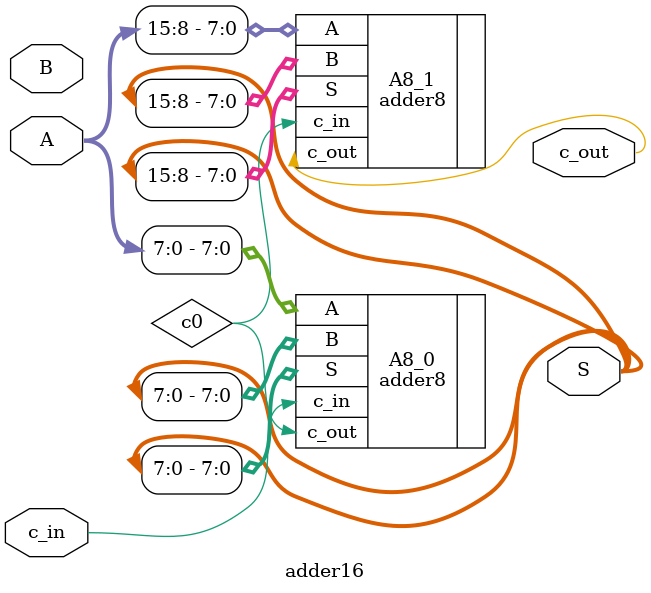
<source format=sv>
module adder16 (
	input [15:0] A, B,
	input c_in,
	output [15:0] S,
	output c_out
);
	wire c0;

	adder8 A8_0 (.A (A[7:0]), .B (S[7:0]), .c_in (c_in), .S (S[7:0]), .c_out (c0));
	adder8 A8_1 (.A (A[15:8]), .B (S[15:8]), .c_in (c0), .S (S[15:8]), .c_out (c_out));

endmodule

</source>
